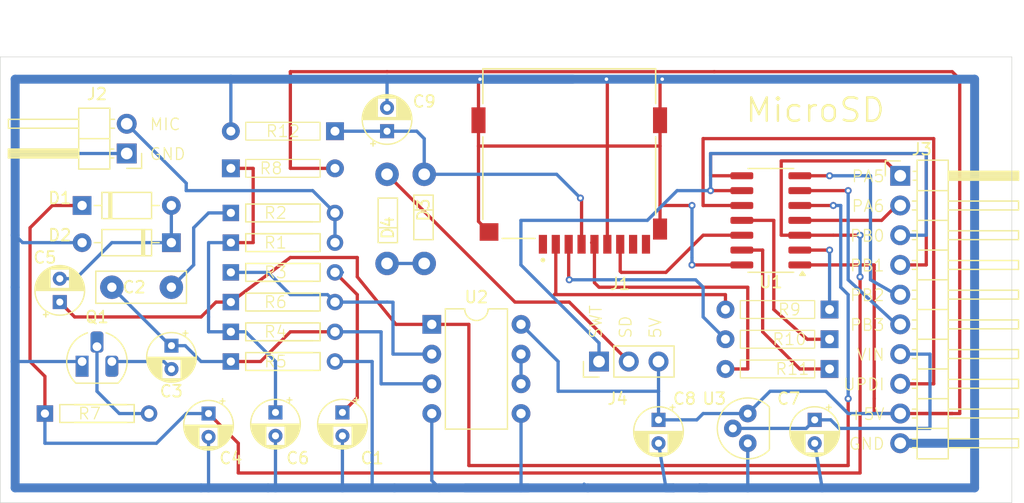
<source format=kicad_pcb>
(kicad_pcb (version 20240108) (generator "pcbnew") (generator_version "8.0")
  (layers (0 "F.Cu" signal) (31 "B.Cu" signal) (34 "B.Paste" user) (35 "F.Paste" user) (36 "B.SilkS" user "B.Silkscreen") (37 "F.SilkS" user "F.Silkscreen") (38 "B.Mask" user) (39 "F.Mask" user) (44 "Edge.Cuts" user))
  (net 0 "")
  (net 1 "Net-(C1-Pad1)")
  (net 2 "Net-(D2-A)")
  (net 3 "Net-(C2-Pad2)")
  (net 4 "Net-(U2A-+)")
  (net 5 "Net-(Q1-C)")
  (net 6 "Net-(D1-K)")
  (net 8 "Net-(D1-A)")
  (net 9 "Net-(C6-Pad1)")
  (net 10 "Net-(J1-CS)")
  (net 11 "Net-(J1-CLK)")
  (net 13 "Net-(J1-MOSI)")
  (net 15 "Net-(J1-MISO)")
  (net 16 "Net-(J2-Pin_2)")
  (net 17 "Net-(J3-Pin_7)")
  (net 18 "Net-(J3-Pin_9)")
  (net 19 "Net-(J3-Pin_8)")
  (net 20 "Net-(Q1-B)")
  (net 21 "Net-(U2A--)")
  (net 22 "Net-(J4-Pin_2)")
  (net 23 "Net-(U2B--)")
  (net 24 "Net-(U1-PA7)")
  (net 25 "Net-(J1-VDD)")
  (net 26 "Net-(D3-Pad2)")
  (net 27 "Net-(J3-Pin_2)")
  (net 28 "Net-(J3-Pin_5)")
  (net 29 "Net-(J3-Pin_4)")
  (net 30 "Net-(J3-Pin_3)")
  (net 31 "Net-(J3-Pin_6)")
  (net 32 "Net-(U1-PA4)")
  (net 33 "Net-(U1-PA1)")
  (net 34 "Net-(U1-PA3)")
  (footprint "Capacitor_THT:CP_Radial_D4.0mm_P2.00mm" (layer "F.Cu") (at 142.24 64.77 90)
    (property "Reference" "C9" (at 2.54 3.175 0) (layer "F.SilkS"))
    (property "Value" "CP_Small" (hide yes))
    (pad "1" thru_hole rect (at 0 0 90) (size 1.2 1.2) (drill 0.6) (layers "*.Cu" "*.Mask") (net 25 "Net-(J1-VDD)"))
    (pad "2" thru_hole circle (at 2 0 90) (size 1.2 1.2) (drill 0.6) (layers "*.Cu" "*.Mask") (net 2 "Net-(D2-A)"))
  )
  (footprint "0_Footprint:R_Qwatt" (layer "F.Cu") (at 128.905 84.455)
    (property "Reference" "R5" (at 3.81 0 0) (layer "F.SilkS") (effects (font (thickness 0.1))))
    (property "Value" "R_Small" (hide yes))
    (pad "1" thru_hole rect (at 0 0) (size 1.4 1.4) (drill 0.7) (layers "*.Cu" "*.Mask") (net 4 "Net-(U2A-+)"))
    (pad "2" thru_hole oval (at 8.89 0) (size 1.4 1.4) (drill 0.8) (layers "*.Cu" "*.Mask") (net 2 "Net-(D2-A)"))
  )
  (footprint "Connector_PinHeader_2.54mm:PinHeader_1x03_P2.54mm_Vertical" (layer "F.Cu") (at 160.3375 84.455 90)
    (property "Reference" "J4" (at -3.175 1.5875 0) (layer "F.SilkS"))
    (property "Value" "Conn_01x03_Pin" (hide yes))
    (pad "1" thru_hole rect (at 0 0 90) (size 1.7 1.7) (drill 1) (layers "*.Cu" "*.Mask") (net 30 "Net-(J3-Pin_3)"))
    (pad "2" thru_hole oval (at 0 2.54 90) (size 1.7 1.7) (drill 1) (layers "*.Cu" "*.Mask") (net 22 "Net-(J4-Pin_2)"))
    (pad "3" thru_hole oval (at 0 5.08 90) (size 1.7 1.7) (drill 1) (layers "*.Cu" "*.Mask") (net 18 "Net-(J3-Pin_9)"))
  )
  (footprint "Capacitor_THT:CP_Radial_D4.0mm_P2.00mm" (layer "F.Cu") (at 138.43 88.805 -90)
    (property "Reference" "C1" (at 3.905 -2.54 180) (layer "F.SilkS"))
    (property "Value" "CP_Small" (hide yes))
    (pad "1" thru_hole rect (at 0 0 270) (size 1.2 1.2) (drill 0.6) (layers "*.Cu" "*.Mask") (net 1 "Net-(C1-Pad1)"))
    (pad "2" thru_hole circle (at 2 0 270) (size 1.2 1.2) (drill 0.6) (layers "*.Cu" "*.Mask") (net 2 "Net-(D2-A)"))
  )
  (footprint "Capacitor_THT:CP_Radial_D4.0mm_P2.00mm" (layer "F.Cu") (at 127 88.9 -90)
    (property "Reference" "C4" (at 3.81 -1.905 180) (layer "F.SilkS"))
    (property "Value" "CP_Small" (hide yes))
    (pad "1" thru_hole rect (at 0 0 270) (size 1.2 1.2) (drill 0.6) (layers "*.Cu" "*.Mask") (net 6 "Net-(D1-K)"))
    (pad "2" thru_hole circle (at 2 0 270) (size 1.2 1.2) (drill 0.6) (layers "*.Cu" "*.Mask") (net 2 "Net-(D2-A)"))
  )
  (footprint "Connector_PinHeader_2.54mm:PinHeader_1x10_P2.54mm_Horizontal" (layer "F.Cu") (at 186.055 68.58)
    (property "Reference" "J3" (at 1.845 -2.27 0) (layer "F.SilkS"))
    (property "Value" "Conn_01x10_MalePH" (hide yes))
    (pad "1" thru_hole rect (at 0 0) (size 1.7 1.7) (drill 1) (layers "*.Cu" "*.Mask") (net 6 "Net-(D1-K)"))
    (pad "2" thru_hole oval (at 0 2.54) (size 1.7 1.7) (drill 1) (layers "*.Cu" "*.Mask") (net 27 "Net-(J3-Pin_2)"))
    (pad "3" thru_hole oval (at 0 5.08) (size 1.7 1.7) (drill 1) (layers "*.Cu" "*.Mask") (net 30 "Net-(J3-Pin_3)"))
    (pad "4" thru_hole oval (at 0 7.62) (size 1.7 1.7) (drill 1) (layers "*.Cu" "*.Mask") (net 29 "Net-(J3-Pin_4)"))
    (pad "5" thru_hole oval (at 0 10.16) (size 1.7 1.7) (drill 1) (layers "*.Cu" "*.Mask") (net 28 "Net-(J3-Pin_5)"))
    (pad "6" thru_hole oval (at 0 12.7) (size 1.7 1.7) (drill 1) (layers "*.Cu" "*.Mask") (net 31 "Net-(J3-Pin_6)"))
    (pad "7" thru_hole oval (at 0 15.24) (size 1.7 1.7) (drill 1) (layers "*.Cu" "*.Mask") (net 17 "Net-(J3-Pin_7)"))
    (pad "8" thru_hole oval (at 0 17.78) (size 1.7 1.7) (drill 1) (layers "*.Cu" "*.Mask") (net 19 "Net-(J3-Pin_8)"))
    (pad "9" thru_hole oval (at 0 20.32) (size 1.7 1.7) (drill 1) (layers "*.Cu" "*.Mask") (net 18 "Net-(J3-Pin_9)"))
    (pad "10" thru_hole oval (at 0 22.86) (size 1.7 1.7) (drill 1) (layers "*.Cu" "*.Mask") (net 2 "Net-(D2-A)"))
  )
  (footprint "Connector_PinHeader_2.54mm:PinHeader_1x02_P2.54mm_Horizontal" (layer "F.Cu") (at 120.015 66.675 180)
    (property "Reference" "J2" (at 2.54 5.08 180) (layer "F.SilkS"))
    (property "Value" "Conn_01x02_MH" (hide yes))
    (pad "1" thru_hole rect (at 0 0 180) (size 1.7 1.7) (drill 1) (layers "*.Cu" "*.Mask") (net 2 "Net-(D2-A)"))
    (pad "2" thru_hole oval (at 0 2.54 180) (size 1.7 1.7) (drill 1) (layers "*.Cu" "*.Mask") (net 16 "Net-(J2-Pin_2)"))
  )
  (footprint "0_Footprint:QWSlim" (layer "F.Cu") (at 180.0225 85.09 180)
    (property "Reference" "R11" (at 3.175 0 0) (layer "F.SilkS") (effects (font (thickness 0.1))))
    (property "Value" "Resistor" (hide yes))
    (pad "1" thru_hole rect (at 0 0 180) (size 1.524 1.524) (drill 0.762) (layers "*.Cu" "*.Mask") (net 34 "Net-(U1-PA3)"))
    (pad "2" thru_hole circle (at 8.89 0 180) (size 1.524 1.524) (drill 0.762) (layers "*.Cu" "*.Mask") (net 11 "Net-(J1-CLK)"))
  )
  (footprint "Package_TO_SOT_THT:TO-92L_HandSolder" (layer "F.Cu") (at 116.205 84.455)
    (property "Reference" "Q1" (at 1.27 -3.8 0) (layer "F.SilkS"))
    (property "Value" "2N3904-F" (hide yes))
    (pad "1" thru_hole rect (at 0 0) (size 1.1 1.8) (drill 0.75 (offset 0 0.4)) (layers "*.Cu" "*.Mask") (net 2 "Net-(D2-A)"))
    (pad "2" thru_hole roundrect (at 1.27 -1.27) (size 1.1 1.8) (drill 0.75 (offset 0 -0.4)) (layers "*.Cu" "*.Mask") (net 20 "Net-(Q1-B)"))
    (pad "3" thru_hole roundrect (at 2.54 0) (size 1.1 1.8) (drill 0.75 (offset 0 0.4)) (layers "*.Cu" "*.Mask") (net 5 "Net-(Q1-C)"))
  )
  (footprint "0_Footprint:CUI_MSD-4-A" (layer "F.Cu") (at 157.7975 66.6825 180)
    (property "Reference" "J1" (at -4.325 -11.135 180) (layer "F.SilkS"))
    (property "Value" "MSD-4-A" (hide yes))
    (pad "" np_thru_hole circle (at -4.95 3.25 180) (size 1 1) (drill 1) (layers "*.Cu" "*.Mask"))
    (pad "" np_thru_hole circle (at 3.05 3.25 180) (size 1 1) (drill 1) (layers "*.Cu" "*.Mask"))
    (pad "1" smd rect (at 2.25 -7.75 180) (size 0.7 1.6) (layers "F.Cu" "F.Paste" "F.Mask"))
    (pad "2" smd rect (at 1.15 -7.75 180) (size 0.7 1.6) (layers "F.Cu" "F.Paste" "F.Mask") (net 10 "Net-(J1-CS)"))
    (pad "3" smd rect (at 0.05 -7.75 180) (size 0.7 1.6) (layers "F.Cu" "F.Paste" "F.Mask") (net 13 "Net-(J1-MOSI)"))
    (pad "4" smd rect (at -1.05 -7.75 180) (size 0.7 1.6) (layers "F.Cu" "F.Paste" "F.Mask") (net 25 "Net-(J1-VDD)"))
    (pad "5" smd rect (at -2.15 -7.75 180) (size 0.7 1.6) (layers "F.Cu" "F.Paste" "F.Mask") (net 11 "Net-(J1-CLK)"))
    (pad "6" smd rect (at -3.25 -7.75 180) (size 0.7 1.6) (layers "F.Cu" "F.Paste" "F.Mask") (net 2 "Net-(D2-A)"))
    (pad "7" smd rect (at -4.35 -7.75 180) (size 0.7 1.6) (layers "F.Cu" "F.Paste" "F.Mask") (net 15 "Net-(J1-MISO)"))
    (pad "8" smd rect (at -5.45 -7.75 180) (size 0.7 1.6) (layers "F.Cu" "F.Paste" "F.Mask"))
    (pad "CD" smd rect (at -6.55 -7.75 180) (size 0.7 1.6) (layers "F.Cu" "F.Paste" "F.Mask"))
    (pad "G1" smd rect (at -7.75 -6.45 180) (size 1.2 1.8) (layers "F.Cu" "F.Paste" "F.Mask") (net 2 "Net-(D2-A)"))
    (pad "G2" smd rect (at 6.85 -6.7 180) (size 1.6 1.5) (layers "F.Cu" "F.Paste" "F.Mask") (net 2 "Net-(D2-A)"))
    (pad "G3" smd rect (at -7.75 2.85 180) (size 1.2 2.2) (layers "F.Cu" "F.Paste" "F.Mask") (net 2 "Net-(D2-A)"))
    (pad "G4" smd rect (at 7.75 2.85 180) (size 1.2 2.2) (layers "F.Cu" "F.Paste" "F.Mask") (net 2 "Net-(D2-A)"))
  )
  (footprint "0_Footprint:R_Qwatt" (layer "F.Cu") (at 128.905 79.375)
    (property "Reference" "R6" (at 3.81 0 0) (layer "F.SilkS") (effects (font (thickness 0.1))))
    (property "Value" "R_Small" (hide yes))
    (pad "1" thru_hole rect (at 0 0) (size 1.4 1.4) (drill 0.7) (layers "*.Cu" "*.Mask") (net 24 "Net-(U1-PA7)"))
    (pad "2" thru_hole oval (at 8.89 0) (size 1.4 1.4) (drill 0.8) (layers "*.Cu" "*.Mask") (net 21 "Net-(U2A--)"))
  )
  (footprint "0_Footprint:R_Qwatt" (layer "F.Cu") (at 128.905 81.915)
    (property "Reference" "R4" (at 3.81 0 0) (layer "F.SilkS") (effects (font (thickness 0.1))))
    (property "Value" "R_Small" (hide yes))
    (pad "1" thru_hole rect (at 0 0) (size 1.4 1.4) (drill 0.7) (layers "*.Cu" "*.Mask") (net 9 "Net-(C6-Pad1)"))
    (pad "2" thru_hole oval (at 8.89 0) (size 1.4 1.4) (drill 0.8) (layers "*.Cu" "*.Mask") (net 4 "Net-(U2A-+)"))
  )
  (footprint "Capacitor_THT:CP_Radial_D4.0mm_P2.00mm" (layer "F.Cu") (at 132.715 88.805 -90)
    (property "Reference" "C6" (at 3.905 -1.905 180) (layer "F.SilkS"))
    (property "Value" "CP_Small" (hide yes))
    (pad "1" thru_hole rect (at 0 0 270) (size 1.2 1.2) (drill 0.6) (layers "*.Cu" "*.Mask") (net 9 "Net-(C6-Pad1)"))
    (pad "2" thru_hole circle (at 2 0 270) (size 1.2 1.2) (drill 0.6) (layers "*.Cu" "*.Mask") (net 2 "Net-(D2-A)"))
  )
  (footprint "0_Footprint:QWSlim" (layer "F.Cu") (at 128.905 67.945)
    (property "Reference" "R8" (at 3.429 0 0) (layer "F.SilkS") (effects (font (thickness 0.1))))
    (property "Value" "Resistor" (hide yes))
    (pad "1" thru_hole rect (at 0 0) (size 1.524 1.524) (drill 0.762) (layers "*.Cu" "*.Mask") (net 9 "Net-(C6-Pad1)"))
    (pad "2" thru_hole circle (at 8.89 0) (size 1.524 1.524) (drill 0.762) (layers "*.Cu" "*.Mask") (net 18 "Net-(J3-Pin_9)"))
  )
  (footprint "0_Footprint:DO_PWR" (layer "F.Cu") (at 142.24 70.993 90)
    (property "Reference" "D4" (at -2.032 0.0635 -90) (layer "F.SilkS"))
    (property "Value" "1N4004" (hide yes))
    (pad "1" thru_hole circle (at -5.08 0 90) (size 2 2) (drill 1) (layers "*.Cu" "*.Mask") (net 26 "Net-(D3-Pad2)"))
    (pad "2" thru_hole circle (at 2.54 0 90) (size 2 2) (drill 1) (layers "*.Cu" "*.Mask") (net 22 "Net-(J4-Pin_2)"))
  )
  (footprint "0_Footprint:QWSlim" (layer "F.Cu") (at 180.0225 80.01 180)
    (property "Reference" "R9" (at 3.429 0 0) (layer "F.SilkS") (effects (font (thickness 0.1))))
    (property "Value" "Resistor" (hide yes))
    (pad "1" thru_hole rect (at 0 0 180) (size 1.524 1.524) (drill 0.762) (layers "*.Cu" "*.Mask") (net 32 "Net-(U1-PA4)"))
    (pad "2" thru_hole circle (at 8.89 0 180) (size 1.524 1.524) (drill 0.762) (layers "*.Cu" "*.Mask") (net 10 "Net-(J1-CS)"))
  )
  (footprint "0_Footprint:C_Disc1" (layer "F.Cu") (at 118.745 78.105)
    (property "Reference" "C2" (at 1.905 0 0) (layer "F.SilkS"))
    (property "Value" "C_Disc" (hide yes))
    (pad "1" thru_hole circle (at 0 0) (size 2 2) (drill 0.8) (layers "*.Cu" "*.Mask") (net 4 "Net-(U2A-+)"))
    (pad "2" thru_hole circle (at 5.08 0) (size 2 2) (drill 0.8) (layers "*.Cu" "*.Mask") (net 3 "Net-(C2-Pad2)"))
  )
  (footprint "Package_SO:SOIC-14_3.9x8.7mm_P1.27mm" (layer "F.Cu") (at 175.0075 72.39 180)
    (property "Reference" "U1" (at 0 -5.28 180) (layer "F.SilkS"))
    (property "Value" "ATtiny1614ss" (hide yes))
    (pad "1" smd roundrect (at -2.475 -3.81 180) (size 1.95 0.6) (layers "F.Cu" "F.Paste" "F.Mask") (net 18 "Net-(J3-Pin_9)"))
    (pad "2" smd roundrect (at -2.475 -2.54 180) (size 1.95 0.6) (layers "F.Cu" "F.Paste" "F.Mask") (net 32 "Net-(U1-PA4)"))
    (pad "3" smd roundrect (at -2.475 -1.27 180) (size 1.95 0.6) (layers "F.Cu" "F.Paste" "F.Mask") (net 6 "Net-(D1-K)"))
    (pad "4" smd roundrect (at -2.475 0 180) (size 1.95 0.6) (layers "F.Cu" "F.Paste" "F.Mask") (net 27 "Net-(J3-Pin_2)"))
    (pad "5" smd roundrect (at -2.475 1.27 180) (size 1.95 0.6) (layers "F.Cu" "F.Paste" "F.Mask") (net 24 "Net-(U1-PA7)"))
    (pad "6" smd roundrect (at -2.475 2.54 180) (size 1.95 0.6) (layers "F.Cu" "F.Paste" "F.Mask") (net 31 "Net-(J3-Pin_6)"))
    (pad "7" smd roundrect (at -2.475 3.81 180) (size 1.95 0.6) (layers "F.Cu" "F.Paste" "F.Mask") (net 28 "Net-(J3-Pin_5)"))
    (pad "8" smd roundrect (at 2.475 3.81 180) (size 1.95 0.6) (layers "F.Cu" "F.Paste" "F.Mask") (net 29 "Net-(J3-Pin_4)"))
    (pad "9" smd roundrect (at 2.475 2.54 180) (size 1.95 0.6) (layers "F.Cu" "F.Paste" "F.Mask") (net 30 "Net-(J3-Pin_3)"))
    (pad "10" smd roundrect (at 2.475 1.27 180) (size 1.95 0.6) (layers "F.Cu" "F.Paste" "F.Mask") (net 19 "Net-(J3-Pin_8)"))
    (pad "11" smd roundrect (at 2.475 0 180) (size 1.95 0.6) (layers "F.Cu" "F.Paste" "F.Mask") (net 33 "Net-(U1-PA1)"))
    (pad "12" smd roundrect (at 2.475 -1.27 180) (size 1.95 0.6) (layers "F.Cu" "F.Paste" "F.Mask") (net 15 "Net-(J1-MISO)"))
    (pad "13" smd roundrect (at 2.475 -2.54 180) (size 1.95 0.6) (layers "F.Cu" "F.Paste" "F.Mask") (net 34 "Net-(U1-PA3)"))
    (pad "14" smd roundrect (at 2.475 -3.81 180) (size 1.95 0.6) (layers "F.Cu" "F.Paste" "F.Mask") (net 2 "Net-(D2-A)"))
  )
  (footprint "Capacitor_THT:CP_Radial_D4.0mm_P2.00mm" (layer "F.Cu") (at 114.3 79.375 90)
    (property "Reference" "C5" (at 3.81 -1.27 0) (layer "F.SilkS"))
    (property "Value" "CP_Small" (hide yes))
    (pad "1" thru_hole rect (at 0 0 90) (size 1.2 1.2) (drill 0.6) (layers "*.Cu" "*.Mask") (net 24 "Net-(U1-PA7)"))
    (pad "2" thru_hole circle (at 2 0 90) (size 1.2 1.2) (drill 0.6) (layers "*.Cu" "*.Mask") (net 8 "Net-(D1-A)"))
  )
  (footprint "Capacitor_THT:CP_Radial_D4.0mm_P2.00mm" (layer "F.Cu") (at 178.7525 89.44 -90)
    (property "Reference" "C7" (at -1.81 2.2225 180) (layer "F.SilkS"))
    (property "Value" "CP_Small" (hide yes))
    (pad "1" thru_hole rect (at 0 0 270) (size 1.2 1.2) (drill 0.6) (layers "*.Cu" "*.Mask") (net 17 "Net-(J3-Pin_7)"))
    (pad "2" thru_hole circle (at 2 0 270) (size 1.2 1.2) (drill 0.6) (layers "*.Cu" "*.Mask") (net 2 "Net-(D2-A)"))
  )
  (footprint "Package_DIP:DIP-8_W7.62mm" (layer "F.Cu") (at 146.06 81.28)
    (property "Reference" "U2" (at 3.81 -2.33 0) (layer "F.SilkS"))
    (property "Value" "OpAmpDual" (hide yes))
    (pad "1" thru_hole rect (at 0 0) (size 1.6 1.6) (drill 0.8) (layers "*.Cu" "*.Mask") (net 24 "Net-(U1-PA7)"))
    (pad "2" thru_hole oval (at 0 2.54) (size 1.6 1.6) (drill 0.8) (layers "*.Cu" "*.Mask") (net 21 "Net-(U2A--)"))
    (pad "3" thru_hole oval (at 0 5.08) (size 1.6 1.6) (drill 0.8) (layers "*.Cu" "*.Mask") (net 4 "Net-(U2A-+)"))
    (pad "4" thru_hole oval (at 0 7.62) (size 1.6 1.6) (drill 0.8) (layers "*.Cu" "*.Mask") (net 2 "Net-(D2-A)"))
    (pad "5" thru_hole oval (at 7.62 7.62) (size 1.6 1.6) (drill 0.8) (layers "*.Cu" "*.Mask") (net 2 "Net-(D2-A)"))
    (pad "6" thru_hole oval (at 7.62 5.08) (size 1.6 1.6) (drill 0.8) (layers "*.Cu" "*.Mask") (net 23 "Net-(U2B--)"))
    (pad "7" thru_hole oval (at 7.62 2.54) (size 1.6 1.6) (drill 0.8) (layers "*.Cu" "*.Mask") (net 23 "Net-(U2B--)"))
    (pad "8" thru_hole oval (at 7.62 0) (size 1.6 1.6) (drill 0.8) (layers "*.Cu" "*.Mask") (net 18 "Net-(J3-Pin_9)"))
  )
  (footprint "0_Footprint:DO_PWR" (layer "F.Cu") (at 145.415 73.533 -90)
    (property "Reference" "D3" (at -2.032 0.0635 90) (layer "F.SilkS"))
    (property "Value" "1N4004" (hide yes))
    (pad "1" thru_hole circle (at -5.08 0 270) (size 2 2) (drill 1) (layers "*.Cu" "*.Mask") (net 25 "Net-(J1-VDD)"))
    (pad "2" thru_hole circle (at 2.54 0 270) (size 2 2) (drill 1) (layers "*.Cu" "*.Mask") (net 26 "Net-(D3-Pad2)"))
  )
  (footprint "0_Footprint:R_Qwatt" (layer "F.Cu") (at 128.905 71.755)
    (property "Reference" "R2" (at 3.81 0 0) (layer "F.SilkS") (effects (font (thickness 0.1))))
    (property "Value" "R_Small" (hide yes))
    (pad "1" thru_hole rect (at 0 0) (size 1.4 1.4) (drill 0.7) (layers "*.Cu" "*.Mask") (net 3 "Net-(C2-Pad2)"))
    (pad "2" thru_hole oval (at 8.89 0) (size 1.4 1.4) (drill 0.8) (layers "*.Cu" "*.Mask") (net 16 "Net-(J2-Pin_2)"))
  )
  (footprint "Diode_THT:D_DO-35_SOD27_P7.62mm_Horizontal" (layer "F.Cu") (at 116.205 71.12)
    (property "Reference" "D1" (at -1.905 -0.635 0) (layer "F.SilkS"))
    (property "Value" "1N914" (hide yes))
    (pad "1" thru_hole rect (at 0 0) (size 1.6 1.6) (drill 0.8) (layers "*.Cu" "*.Mask") (net 6 "Net-(D1-K)"))
    (pad "2" thru_hole oval (at 7.62 0) (size 1.6 1.6) (drill 0.8) (layers "*.Cu" "*.Mask") (net 8 "Net-(D1-A)"))
  )
  (footprint "Diode_THT:D_DO-35_SOD27_P7.62mm_Horizontal" (layer "F.Cu") (at 123.825 74.295 180)
    (property "Reference" "D2" (at 9.525 0.635 180) (layer "F.SilkS"))
    (property "Value" "1N914" (hide yes))
    (pad "1" thru_hole rect (at 0 0 180) (size 1.6 1.6) (drill 0.8) (layers "*.Cu" "*.Mask") (net 8 "Net-(D1-A)"))
    (pad "2" thru_hole oval (at 7.62 0 180) (size 1.6 1.6) (drill 0.8) (layers "*.Cu" "*.Mask") (net 2 "Net-(D2-A)"))
  )
  (footprint "0_Footprint:QWSlim" (layer "F.Cu") (at 180.0225 82.55 180)
    (property "Reference" "R10" (at 3.429 0 0) (layer "F.SilkS") (effects (font (thickness 0.1))))
    (property "Value" "Resistor" (hide yes))
    (pad "1" thru_hole rect (at 0 0 180) (size 1.524 1.524) (drill 0.762) (layers "*.Cu" "*.Mask") (net 33 "Net-(U1-PA1)"))
    (pad "2" thru_hole circle (at 8.89 0 180) (size 1.524 1.524) (drill 0.762) (layers "*.Cu" "*.Mask") (net 13 "Net-(J1-MOSI)"))
  )
  (footprint "Capacitor_THT:CP_Radial_D4.0mm_P2.00mm" (layer "F.Cu") (at 123.835 83.1 -90)
    (property "Reference" "C3" (at 3.895 0.01 180) (layer "F.SilkS"))
    (property "Value" "CP_Small" (hide yes))
    (pad "1" thru_hole rect (at 0 0 270) (size 1.2 1.2) (drill 0.6) (layers "*.Cu" "*.Mask") (net 4 "Net-(U2A-+)"))
    (pad "2" thru_hole circle (at 2 0 270) (size 1.2 1.2) (drill 0.6) (layers "*.Cu" "*.Mask") (net 5 "Net-(Q1-C)"))
  )
  (footprint "0_Footprint:R_Qwatt" (layer "F.Cu") (at 113.03 88.9)
    (property "Reference" "R7" (at 3.81 0 0) (layer "F.SilkS") (effects (font (thickness 0.1))))
    (property "Value" "R_Small" (hide yes))
    (pad "1" thru_hole rect (at 0 0) (size 1.4 1.4) (drill 0.7) (layers "*.Cu" "*.Mask") (net 6 "Net-(D1-K)"))
    (pad "2" thru_hole oval (at 8.89 0) (size 1.4 1.4) (drill 0.8) (layers "*.Cu" "*.Mask") (net 20 "Net-(Q1-B)"))
  )
  (footprint "0_Footprint:TO-92X" (layer "F.Cu") (at 173.0375 91.44 90)
    (property "Reference" "U3" (at 3.81 -2.8575 0) (layer "F.SilkS"))
    (property "Value" "MCP1702-5" (hide yes))
    (pad "1" thru_hole circle (at 0 0 90) (size 1.5 1.5) (drill 0.68) (layers "*.Cu" "*.Mask") (net 2 "Net-(D2-A)"))
    (pad "2" thru_hole circle (at 1.27 -1.27 90) (size 1.5 1.5) (drill 0.68) (layers "*.Cu" "*.Mask") (net 17 "Net-(J3-Pin_7)"))
    (pad "3" thru_hole circle (at 2.54 0 90) (size 1.5 1.5) (drill 0.68) (layers "*.Cu" "*.Mask") (net 18 "Net-(J3-Pin_9)"))
  )
  (footprint "0_Footprint:QWSlim" (layer "F.Cu") (at 137.795 64.77 180)
    (property "Reference" "R12" (at 4.445 0 0) (layer "F.SilkS") (effects (font (thickness 0.1))))
    (property "Value" "Resistor" (hide yes))
    (pad "1" thru_hole rect (at 0 0 180) (size 1.524 1.524) (drill 0.762) (layers "*.Cu" "*.Mask") (net 25 "Net-(J1-VDD)"))
    (pad "2" thru_hole circle (at 8.89 0 180) (size 1.524 1.524) (drill 0.762) (layers "*.Cu" "*.Mask") (net 2 "Net-(D2-A)"))
  )
  (footprint "0_Footprint:R_Qwatt" (layer "F.Cu") (at 128.905 76.835)
    (property "Reference" "R3" (at 3.81 0 0) (layer "F.SilkS") (effects (font (thickness 0.1))))
    (property "Value" "R_Small" (hide yes))
    (pad "1" thru_hole rect (at 0 0) (size 1.4 1.4) (drill 0.7) (layers "*.Cu" "*.Mask") (net 21 "Net-(U2A--)"))
    (pad "2" thru_hole oval (at 8.89 0) (size 1.4 1.4) (drill 0.8) (layers "*.Cu" "*.Mask") (net 1 "Net-(C1-Pad1)"))
  )
  (footprint "Capacitor_THT:CP_Radial_D4.0mm_P2.00mm" (layer "F.Cu") (at 165.4175 89.44 -90)
    (property "Reference" "C8" (at -1.81 -2.2225 180) (layer "F.SilkS"))
    (property "Value" "CP_Small" (hide yes))
    (pad "1" thru_hole rect (at 0 0 270) (size 1.2 1.2) (drill 0.6) (layers "*.Cu" "*.Mask") (net 18 "Net-(J3-Pin_9)"))
    (pad "2" thru_hole circle (at 2 0 270) (size 1.2 1.2) (drill 0.6) (layers "*.Cu" "*.Mask") (net 2 "Net-(D2-A)"))
  )
  (footprint "0_Footprint:R_Qwatt" (layer "F.Cu") (at 128.905 74.295)
    (property "Reference" "R1" (at 3.81 0 0) (layer "F.SilkS") (effects (font (thickness 0.1))))
    (property "Value" "R_Small" (hide yes))
    (pad "1" thru_hole rect (at 0 0) (size 1.4 1.4) (drill 0.7) (layers "*.Cu" "*.Mask") (net 9 "Net-(C6-Pad1)"))
    (pad "2" thru_hole oval (at 8.89 0) (size 1.4 1.4) (drill 0.8) (layers "*.Cu" "*.Mask") (net 16 "Net-(J2-Pin_2)"))
  )
  (gr_line (start 109.22 96.52) (end 109.22 58.42) (stroke (width 0.05)) (layer "Edge.Cuts"))
  (gr_line (start 195.58 58.42) (end 195.58 96.52) (stroke (width 0.05)) (layer "Edge.Cuts"))
  (gr_line (start 109.22 58.42) (end 195.58 58.42) (stroke (width 0.05)) (layer "Edge.Cuts"))
  (gr_line (start 195.58 96.52) (end 109.22 96.52) (stroke (width 0.05)) (layer "Edge.Cuts"))
  (gr_text "PB0" (at 184.785 74.295 0) (layer "F.SilkS") (effects (font (size 1 1) (thickness 0.1)) (justify right bottom)))
  (gr_text "GND" (at 121.92 67.31 0) (layer "F.SilkS") (effects (font (size 1 1) (thickness 0.1)) (justify left bottom)))
  (gr_text "SWT" (at 160.655 82.55 90) (layer "F.SilkS") (effects (font (size 1 1) (thickness 0.1)) (justify left bottom)))
  (gr_text "PB1" (at 184.785 76.835 0) (layer "F.SilkS") (effects (font (size 1 1) (thickness 0.1)) (justify right bottom)))
  (gr_text "5V" (at 165.735 82.55 90) (layer "F.SilkS") (effects (font (size 1 1) (thickness 0.1)) (justify left bottom)))
  (gr_text "+5V" (at 184.785 89.535 0) (layer "F.SilkS") (effects (font (size 1 1) (thickness 0.1)) (justify right bottom)))
  (gr_text "PA6" (at 184.785 71.755 0) (layer "F.SilkS") (effects (font (size 1 1) (thickness 0.1)) (justify right bottom)))
  (gr_text "VIN" (at 184.785 84.455 0) (layer "F.SilkS") (effects (font (size 1 1) (thickness 0.1)) (justify right bottom)))
  (gr_text "UPDI" (at 184.785 86.995 0) (layer "F.SilkS") (effects (font (size 1 1) (thickness 0.1)) (justify right bottom)))
  (gr_text "SD" (at 163.195 82.55 90) (layer "F.SilkS") (effects (font (size 1 1) (thickness 0.1)) (justify left bottom)))
  (gr_text "PB3" (at 184.785 81.915 0) (layer "F.SilkS") (effects (font (size 1 1) (thickness 0.1)) (justify right bottom)))
  (gr_text "MIC" (at 121.92 64.77 0) (layer "F.SilkS") (effects (font (size 1 1) (thickness 0.1)) (justify left bottom)))
  (gr_text "MicroSD" (at 172.72 64.135 0) (layer "F.SilkS") (effects (font (size 2 2) (thickness 0.2)) (justify left bottom)))
  (gr_text "PA5" (at 184.785 69.215 0) (layer "F.SilkS") (effects (font (size 1 1) (thickness 0.1)) (justify right bottom)))
  (gr_text "GND" (at 184.785 92.075 0) (layer "F.SilkS") (effects (font (size 1 1) (thickness 0.1)) (justify right bottom)))
  (gr_text "PB2" (at 184.785 79.375 0) (layer "F.SilkS") (effects (font (size 1 1) (thickness 0.1)) (justify right bottom)))
  (segment (start 139.7 87.535) (end 138.43 88.805) (width 0.2794) (layer "F.Cu") (net 1))
  (segment (start 137.795 76.835) (end 139.7 78.74) (width 0.2794) (layer "F.Cu") (net 1))
  (segment (start 139.7 78.74) (end 139.7 87.535) (width 0.2794) (layer "F.Cu") (net 1))
  (segment (start 137.795 76.835) (end 138.43 76.835) (width 0.2794) (layer "B.Cu") (net 1))
  (segment (start 138.43 88.805) (end 138.43 88.9) (width 0.2794) (layer "B.Cu") (net 1))
  (segment (start 150.0475 60.455) (end 150.1775 60.325) (width 0.2794) (layer "F.Cu") (net 2))
  (segment (start 165.5475 63.8325) (end 165.5475 60.5125) (width 0.2794) (layer "F.Cu") (net 2))
  (segment (start 161.0475 74.4325) (end 161.0475 60.4) (width 0.2794) (layer "F.Cu") (net 2))
  (segment (start 150.0475 63.8325) (end 150.0475 66.04) (width 0.2794) (layer "F.Cu") (net 2))
  (segment (start 168.275 71.12) (end 165.5475 71.12) (width 0.2794) (layer "F.Cu") (net 2))
  (segment (start 161.0475 60.4) (end 160.9725 60.325) (width 0.2794) (layer "F.Cu") (net 2))
  (segment (start 172.5325 76.2) (end 168.275 76.2) (width 0.2794) (layer "F.Cu") (net 2))
  (segment (start 165.5475 66.04) (end 165.5475 71.12) (width 0.2794) (layer "F.Cu") (net 2))
  (segment (start 165.5475 63.8325) (end 165.5475 66.04) (width 0.2794) (layer "F.Cu") (net 2))
  (segment (start 150.0475 63.8325) (end 150.0475 60.455) (width 0.2794) (layer "F.Cu") (net 2))
  (segment (start 150.0475 72.4825) (end 150.9475 73.3825) (width 0.2794) (layer "F.Cu") (net 2))
  (segment (start 150.0475 66.04) (end 165.5475 66.04) (width 0.2794) (layer "F.Cu") (net 2))
  (segment (start 165.5475 60.5125) (end 165.735 60.325) (width 0.2794) (layer "F.Cu") (net 2))
  (segment (start 165.5475 71.12) (end 165.5475 73.1325) (width 0.2794) (layer "F.Cu") (net 2))
  (segment (start 150.0475 66.04) (end 150.0475 72.4825) (width 0.2794) (layer "F.Cu") (net 2))
  (via (at 165.735 60.325) (size 0.6) (drill 0.3) (layers "F.Cu" "B.Cu") (net 2))
  (via (at 168.275 76.2) (size 0.6) (drill 0.3) (layers "F.Cu" "B.Cu") (net 2))
  (via (at 150.1775 60.325) (size 0.6) (drill 0.3) (layers "F.Cu" "B.Cu") (net 2))
  (via (at 160.9725 60.325) (size 0.6) (drill 0.3) (layers "F.Cu" "B.Cu") (net 2))
  (via (at 168.275 71.12) (size 0.6) (drill 0.3) (layers "F.Cu" "B.Cu") (net 2))
  (segment (start 110.49 95.25) (end 110.49 84.455) (width 0.762) (layer "B.Cu") (net 2))
  (segment (start 127 90.9) (end 127 95.25) (width 0.2794) (layer "B.Cu") (net 2))
  (segment (start 178.7525 91.44) (end 179.3875 95.25) (width 0.2794) (layer "B.Cu") (net 2))
  (segment (start 168.91 95.25) (end 166.6875 95.25) (width 0.762) (layer "B.Cu") (net 2))
  (segment (start 153.67 95.25) (end 154.305 95.25) (width 0.762) (layer "B.Cu") (net 2))
  (segment (start 146.06 88.9) (end 146.06 94.625) (width 0.2794) (layer "B.Cu") (net 2))
  (segment (start 137.795 84.455) (end 140.97 84.455) (width 0.2794) (layer "B.Cu") (net 2))
  (segment (start 132.715 90.805) (end 132.715 95.25) (width 0.2794) (layer "B.Cu") (net 2))
  (segment (start 128.905 64.77) (end 128.905 60.325) (width 0.2794) (layer "B.Cu") (net 2))
  (segment (start 168.91 95.25) (end 169.545 95.25) (width 0.762) (layer "B.Cu") (net 2))
  (segment (start 127 95.25) (end 126.365 95.25) (width 0.762) (layer "B.Cu") (net 2))
  (segment (start 116.205 84.455) (end 110.49 84.455) (width 0.2794) (layer "B.Cu") (net 2))
  (segment (start 148.9075 95.25) (end 159.385 95.25) (width 0.762) (layer "B.Cu") (net 2))
  (segment (start 146.06 94.625) (end 146.685 95.25) (width 0.2794) (layer "B.Cu") (net 2))
  (segment (start 142.24 62.77) (end 142.24 60.325) (width 0.2794) (layer "B.Cu") (net 2))
  (segment (start 153.68 95.24) (end 153.67 95.25) (width 0.2794) (layer "B.Cu") (net 2))
  (segment (start 168.275 75.565) (end 168.275 71.12) (width 0.2794) (layer "B.Cu") (net 2))
  (segment (start 159.0675 94.9325) (end 159.385 95.25) (width 0.2794) (layer "B.Cu") (net 2))
  (segment (start 159.385 95.25) (end 166.6875 95.25) (width 0.762) (layer "B.Cu") (net 2))
  (segment (start 165.4175 91.44) (end 166.0525 95.25) (width 0.2794) (layer "B.Cu") (net 2))
  (segment (start 142.875 95.25) (end 146.685 95.25) (width 0.762) (layer "B.Cu") (net 2))
  (segment (start 150.1775 60.325) (end 192.405 60.325) (width 0.762) (layer "B.Cu") (net 2))
  (segment (start 142.24 60.325) (end 158.115 60.325) (width 0.762) (layer "B.Cu") (net 2))
  (segment (start 173.0375 91.44) (end 173.0375 95.25) (width 0.2794) (layer "B.Cu") (net 2))
  (segment (start 146.685 95.25) (end 153.67 95.25) (width 0.762) (layer "B.Cu") (net 2))
  (segment (start 110.49 73.66) (end 110.49 66.675) (width 0.762) (layer "B.Cu") (net 2))
  (segment (start 192.405 91.44) (end 186.055 91.44) (width 0.762) (layer "B.Cu") (net 2))
  (segment (start 138.43 90.805) (end 138.43 95.25) (width 0.2794) (layer "B.Cu") (net 2))
  (segment (start 110.49 78.105) (end 110.49 73.66) (width 0.762) (layer "B.Cu") (net 2))
  (segment (start 166.6875 95.25) (end 166.0525 95.25) (width 0.762) (layer "B.Cu") (net 2))
  (segment (start 138.43 95.25) (end 132.715 95.25) (width 0.762) (layer "B.Cu") (net 2))
  (segment (start 128.905 60.325) (end 142.24 60.325) (width 0.762) (layer "B.Cu") (net 2))
  (segment (start 110.49 84.455) (end 110.49 78.105) (width 0.762) (layer "B.Cu") (net 2))
  (segment (start 168.275 76.2) (end 168.275 75.565) (width 0.2794) (layer "B.Cu") (net 2))
  (segment (start 192.405 60.325) (end 192.405 91.44) (width 0.762) (layer "B.Cu") (net 2))
  (segment (start 173.0375 95.25) (end 168.91 95.25) (width 0.762) (layer "B.Cu") (net 2))
  (segment (start 142.875 95.25) (end 138.43 95.25) (width 0.762) (layer "B.Cu") (net 2))
  (segment (start 132.08 95.25) (end 127 95.25) (width 0.762) (layer "B.Cu") (net 2))
  (segment (start 111.125 74.295) (end 110.49 73.66) (width 0.2794) (layer "B.Cu") (net 2))
  (segment (start 179.3875 95.25) (end 173.0375 95.25) (width 0.762) (layer "B.Cu") (net 2))
  (segment (start 110.49 60.325) (end 128.905 60.325) (width 0.762) (layer "B.Cu") (net 2))
  (segment (start 132.715 95.25) (end 132.08 95.25) (width 0.762) (layer "B.Cu") (net 2))
  (segment (start 192.405 91.44) (end 192.405 95.25) (width 0.762) (layer "B.Cu") (net 2))
  (segment (start 110.49 66.675) (end 110.49 60.325) (width 0.762) (layer "B.Cu") (net 2))
  (segment (start 192.405 95.25) (end 179.3875 95.25) (width 0.762) (layer "B.Cu") (net 2))
  (segment (start 140.97 84.455) (end 140.97 95.25) (width 0.2794) (layer "B.Cu") (net 2))
  (segment (start 153.68 88.9) (end 153.68 95.24) (width 0.2794) (layer "B.Cu") (net 2))
  (segment (start 120.015 66.675) (end 110.49 66.675) (width 0.2794) (layer "B.Cu") (net 2))
  (segment (start 116.205 74.295) (end 111.125 74.295) (width 0.2794) (layer "B.Cu") (net 2))
  (segment (start 140.97 95.25) (end 142.875 95.25) (width 0.2794) (layer "B.Cu") (net 2))
  (segment (start 126.365 95.25) (end 110.49 95.25) (width 0.762) (layer "B.Cu") (net 2))
  (segment (start 128.905 71.755) (end 127 71.755) (width 0.2794) (layer "B.Cu") (net 3))
  (segment (start 125.73 76.2) (end 123.825 78.105) (width 0.2794) (layer "B.Cu") (net 3))
  (segment (start 127 71.755) (end 125.73 73.025) (width 0.2794) (layer "B.Cu") (net 3))
  (segment (start 125.73 73.025) (end 125.73 76.2) (width 0.2794) (layer "B.Cu") (net 3))
  (segment (start 131.445 84.455) (end 133.985 81.915) (width 0.2794) (layer "F.Cu") (net 4))
  (segment (start 128.905 84.455) (end 131.445 84.455) (width 0.2794) (layer "F.Cu") (net 4))
  (segment (start 133.985 81.915) (end 137.795 81.915) (width 0.2794) (layer "F.Cu") (net 4))
  (segment (start 123.835 83.1) (end 125.01 83.1) (width 0.2794) (layer "B.Cu") (net 4))
  (segment (start 141.732 86.36) (end 146.06 86.36) (width 0.2794) (layer "B.Cu") (net 4))
  (segment (start 123.74 83.1) (end 123.835 83.1) (width 0.2794) (layer "B.Cu") (net 4))
  (segment (start 125.01 83.1) (end 126.365 84.455) (width 0.2794) (layer "B.Cu") (net 4))
  (segment (start 137.795 81.915) (end 141.732 81.915) (width 0.2794) (layer "B.Cu") (net 4))
  (segment (start 118.745 78.105) (end 123.74 83.1) (width 0.2794) (layer "B.Cu") (net 4))
  (segment (start 126.365 84.455) (end 128.905 84.455) (width 0.2794) (layer "B.Cu") (net 4))
  (segment (start 141.732 81.915) (end 141.732 86.36) (width 0.2794) (layer "B.Cu") (net 4))
  (segment (start 123.19 84.455) (end 123.835 85.1) (width 0.2794) (layer "B.Cu") (net 5))
  (segment (start 118.745 84.455) (end 123.19 84.455) (width 0.2794) (layer "B.Cu") (net 5))
  (segment (start 182.626 77.216) (end 182.626 93.98) (width 0.2794) (layer "F.Cu") (net 6))
  (segment (start 177.4825 73.66) (end 180.34 73.66) (width 0.2794) (layer "F.Cu") (net 6))
  (segment (start 177.4825 73.66) (end 175.895 73.66) (width 0.2794) (layer "F.Cu") (net 6))
  (segment (start 129.54 91.44) (end 127 88.9) (width 0.2794) (layer "F.Cu") (net 6))
  (segment (start 129.54 93.98) (end 129.54 91.44) (width 0.2794) (layer "F.Cu") (net 6))
  (segment (start 113.665 71.12) (end 116.205 71.12) (width 0.2794) (layer "F.Cu") (net 6))
  (segment (start 113.03 88.9) (end 113.03 85.725) (width 0.2794) (layer "F.Cu") (net 6))
  (segment (start 184.785 67.31) (end 186.055 68.58) (width 0.2794) (layer "F.Cu") (net 6))
  (segment (start 113.03 85.725) (end 111.76 84.455) (width 0.2794) (layer "F.Cu") (net 6))
  (segment (start 111.76 84.455) (end 111.76 73.025) (width 0.2794) (layer "F.Cu") (net 6))
  (segment (start 175.895 67.31) (end 184.785 67.31) (width 0.2794) (layer "F.Cu") (net 6))
  (segment (start 111.76 73.025) (end 113.665 71.12) (width 0.2794) (layer "F.Cu") (net 6))
  (segment (start 180.34 73.66) (end 182.626 73.66) (width 0.2794) (layer "F.Cu") (net 6))
  (segment (start 175.895 73.66) (end 175.895 67.31) (width 0.2794) (layer "F.Cu") (net 6))
  (segment (start 182.626 93.98) (end 129.54 93.98) (width 0.2794) (layer "F.Cu") (net 6))
  (via (at 182.626 77.216) (size 0.6) (drill 0.3) (layers "F.Cu" "B.Cu") (net 6))
  (via (at 182.626 73.66) (size 0.6) (drill 0.3) (layers "F.Cu" "B.Cu") (net 6))
  (segment (start 125.095 88.9) (end 122.555 91.44) (width 0.2794) (layer "B.Cu") (net 6))
  (segment (start 182.626 77.216) (end 182.626 76.962) (width 0.2794) (layer "B.Cu") (net 6))
  (segment (start 113.03 91.44) (end 113.03 88.9) (width 0.2794) (layer "B.Cu") (net 6))
  (segment (start 122.555 91.44) (end 113.03 91.44) (width 0.2794) (layer "B.Cu") (net 6))
  (segment (start 182.626 73.66) (end 182.626 77.216) (width 0.2794) (layer "B.Cu") (net 6))
  (segment (start 127 88.9) (end 125.095 88.9) (width 0.2794) (layer "B.Cu") (net 6))
  (segment (start 115.665 77.375) (end 118.745 74.295) (width 0.2794) (layer "B.Cu") (net 8))
  (segment (start 123.825 71.12) (end 123.825 74.295) (width 0.2794) (layer "B.Cu") (net 8))
  (segment (start 114.3 77.375) (end 115.665 77.375) (width 0.2794) (layer "B.Cu") (net 8))
  (segment (start 118.745 74.295) (end 123.825 74.295) (width 0.2794) (layer "B.Cu") (net 8))
  (segment (start 130.81 67.945) (end 130.81 74.295) (width 0.2794) (layer "F.Cu") (net 9))
  (segment (start 130.81 74.295) (end 128.905 74.295) (width 0.2794) (layer "F.Cu") (net 9))
  (segment (start 128.905 67.945) (end 130.81 67.945) (width 0.2794) (layer "F.Cu") (net 9))
  (segment (start 128.905 81.915) (end 130.175 81.915) (width 0.2794) (layer "B.Cu") (net 9))
  (segment (start 128.905 74.295) (end 127 74.295) (width 0.2794) (layer "B.Cu") (net 9))
  (segment (start 127 81.915) (end 128.905 81.915) (width 0.2794) (layer "B.Cu") (net 9))
  (segment (start 132.715 84.455) (end 132.715 88.805) (width 0.2794) (layer "B.Cu") (net 9))
  (segment (start 127 74.295) (end 127 80.645) (width 0.2794) (layer "B.Cu") (net 9))
  (segment (start 127 80.645) (end 127 81.915) (width 0.2794) (layer "B.Cu") (net 9))
  (segment (start 130.175 81.915) (end 132.715 84.455) (width 0.2794) (layer "B.Cu") (net 9))
  (segment (start 156.6475 74.4325) (end 156.6475 78.62) (width 0.2794) (layer "F.Cu") (net 10))
  (segment (start 156.6475 78.62) (end 156.5275 78.74) (width 0.2794) (layer "F.Cu") (net 10))
  (segment (start 171.1325 78.74) (end 171.1325 80.01) (width 0.2794) (layer "F.Cu") (net 10))
  (segment (start 156.5275 78.74) (end 171.1325 78.74) (width 0.2794) (layer "F.Cu") (net 10))
  (segment (start 160.3375 78.105) (end 173.0375 78.105) (width 0.2794) (layer "F.Cu") (net 11))
  (segment (start 159.84 74.4325) (end 159.7025 74.295) (width 0.2794) (layer "F.Cu") (net 11))
  (segment (start 159.9475 74.4325) (end 159.9475 77.715) (width 0.2794) (layer "F.Cu") (net 11))
  (segment (start 173.0375 85.09) (end 171.1325 85.09) (width 0.2794) (layer "F.Cu") (net 11))
  (segment (start 159.9475 74.4325) (end 159.84 74.4325) (width 0.2794) (layer "F.Cu") (net 11))
  (segment (start 173.0375 78.105) (end 173.0375 85.09) (width 0.2794) (layer "F.Cu") (net 11))
  (segment (start 159.9475 77.715) (end 160.3375 78.105) (width 0.2794) (layer "F.Cu") (net 11))
  (segment (start 157.7475 77.42) (end 157.7975 77.47) (width 0.2794) (layer "F.Cu") (net 13))
  (segment (start 157.7475 74.4325) (end 157.7475 77.42) (width 0.2794) (layer "F.Cu") (net 13))
  (via (at 157.7975 77.47) (size 0.6) (drill 0.3) (layers "F.Cu" "B.Cu") (net 13))
  (segment (start 169.2275 78.105) (end 169.2275 80.645) (width 0.2794) (layer "B.Cu") (net 13))
  (segment (start 168.5925 77.47) (end 169.2275 78.105) (width 0.2794) (layer "B.Cu") (net 13))
  (segment (start 169.2275 80.645) (end 171.1325 82.55) (width 0.2794) (layer "B.Cu") (net 13))
  (segment (start 157.7975 77.47) (end 168.5925 77.47) (width 0.2794) (layer "B.Cu") (net 13))
  (segment (start 162.1475 76.74) (end 162.2425 76.835) (width 0.2794) (layer "F.Cu") (net 15))
  (segment (start 169.2275 73.66) (end 172.5325 73.66) (width 0.2794) (layer "F.Cu") (net 15))
  (segment (start 162.1475 74.4325) (end 162.1475 76.74) (width 0.2794) (layer "F.Cu") (net 15))
  (segment (start 166.0525 76.835) (end 169.2275 73.66) (width 0.2794) (layer "F.Cu") (net 15))
  (segment (start 162.2425 76.835) (end 166.0525 76.835) (width 0.2794) (layer "F.Cu") (net 15))
  (segment (start 120.015 64.135) (end 125.095 69.215) (width 0.2794) (layer "B.Cu") (net 16))
  (segment (start 137.795 71.755) (end 137.795 74.295) (width 0.2794) (layer "B.Cu") (net 16))
  (segment (start 125.095 69.85) (end 135.89 69.85) (width 0.2794) (layer "B.Cu") (net 16))
  (segment (start 135.89 69.85) (end 137.795 71.755) (width 0.2794) (layer "B.Cu") (net 16))
  (segment (start 125.095 69.215) (end 125.095 69.85) (width 0.2794) (layer "B.Cu") (net 16))
  (segment (start 188.595 83.82) (end 188.595 90.17) (width 0.2794) (layer "B.Cu") (net 17))
  (segment (start 178.0225 90.17) (end 178.7525 89.44) (width 0.2794) (layer "B.Cu") (net 17))
  (segment (start 186.055 83.82) (end 188.595 83.82) (width 0.2794) (layer "B.Cu") (net 17))
  (segment (start 188.595 90.17) (end 180.8475 90.17) (width 0.2794) (layer "B.Cu") (net 17))
  (segment (start 180.8475 90.17) (end 180.1175 89.44) (width 0.2794) (layer "B.Cu") (net 17))
  (segment (start 171.7675 90.17) (end 178.0225 90.17) (width 0.2794) (layer "B.Cu") (net 17))
  (segment (start 180.1175 89.44) (end 178.7525 89.44) (width 0.2794) (layer "B.Cu") (net 17))
  (segment (start 183.8325 76.2) (end 183.8325 87.63) (width 0.2794) (layer "F.Cu") (net 18))
  (segment (start 133.985 59.69) (end 133.985 67.945) (width 0.2794) (layer "F.Cu") (net 18))
  (segment (start 142.2447 59.6853) (end 133.9897 59.6853) (width 0.2794) (layer "F.Cu") (net 18))
  (segment (start 191.135 60.325) (end 191.135 88.9) (width 0.2794) (layer "F.Cu") (net 18))
  (segment (start 133.985 67.945) (end 137.795 67.945) (width 0.2794) (layer "F.Cu") (net 18))
  (segment (start 183.8325 87.63) (end 183.8325 88.9) (width 0.2794) (layer "F.Cu") (net 18))
  (segment (start 170.18 59.6853) (end 170.1753 59.6853) (width 0.2794) (layer "F.Cu") (net 18))
  (segment (start 142.2447 59.6853) (end 142.24 59.69) (width 0.2794) (layer "F.Cu") (net 18))
  (segment (start 177.4825 76.2) (end 183.8325 76.2) (width 0.2794) (layer "F.Cu") (net 18))
  (segment (start 170.18 59.6853) (end 190.4953 59.6853) (width 0.2794) (layer "F.Cu") (net 18))
  (segment (start 170.18 59.6853) (end 142.2447 59.6853) (width 0.2794) (layer "F.Cu") (net 18))
  (segment (start 183.8325 88.9) (end 188.2775 88.9) (width 0.2794) (layer "F.Cu") (net 18))
  (segment (start 191.135 88.9) (end 190.5 88.9) (width 0.2794) (layer "F.Cu") (net 18))
  (segment (start 188.2775 88.9) (end 190.5 88.9) (width 0.2794) (layer "F.Cu") (net 18))
  (segment (start 190.4953 59.6853) (end 191.135 60.325) (width 0.2794) (layer "F.Cu") (net 18))
  (segment (start 190.5 88.9) (end 187.599526 88.9) (width 0.2794) (layer "F.Cu") (net 18))
  (segment (start 133.9897 59.6853) (end 133.985 59.69) (width 0.2794) (layer "F.Cu") (net 18))
  (segment (start 186.055 88.9) (end 181.61 88.9) (width 0.2794) (layer "B.Cu") (net 18))
  (segment (start 156.845 84.445) (end 156.845 86.995) (width 0.2794) (layer "B.Cu") (net 18))
  (segment (start 179.705 86.995) (end 174.9425 86.995) (width 0.2794) (layer "B.Cu") (net 18))
  (segment (start 169.2275 88.9) (end 173.0375 88.9) (width 0.2794) (layer "B.Cu") (net 18))
  (segment (start 165.4175 89.44) (end 168.6875 89.44) (width 0.2794) (layer "B.Cu") (net 18))
  (segment (start 156.845 86.995) (end 165.4175 86.995) (width 0.2794) (layer "B.Cu") (net 18))
  (segment (start 168.6875 89.44) (end 169.2275 88.9) (width 0.2794) (layer "B.Cu") (net 18))
  (segment (start 153.68 81.28) (end 156.845 84.445) (width 0.2794) (layer "B.Cu") (net 18))
  (segment (start 174.9425 86.995) (end 173.0375 88.9) (width 0.2794) (layer "B.Cu") (net 18))
  (segment (start 165.4175 86.995) (end 165.4175 89.44) (width 0.2794) (layer "B.Cu") (net 18))
  (segment (start 165.4175 84.455) (end 165.4175 86.995) (width 0.2794) (layer "B.Cu") (net 18))
  (segment (start 181.61 88.9) (end 179.705 86.995) (width 0.2794) (layer "B.Cu") (net 18))
  (segment (start 188.9125 65.405) (end 188.9125 86.36) (width 0.2794) (layer "F.Cu") (net 19))
  (segment (start 169.2228 71.1153) (end 169.2228 65.4097) (width 0.2794) (layer "F.Cu") (net 19))
  (segment (start 169.2275 65.405) (end 188.9125 65.405) (width 0.2794) (layer "F.Cu") (net 19))
  (segment (start 169.2275 71.12) (end 169.2228 71.1153) (width 0.2794) (layer "F.Cu") (net 19))
  (segment (start 188.9125 86.36) (end 185.7375 86.36) (width 0.2794) (layer "F.Cu") (net 19))
  (segment (start 169.2228 65.4097) (end 169.2275 65.405) (width 0.2794) (layer "F.Cu") (net 19))
  (segment (start 172.5325 71.12) (end 169.2275 71.12) (width 0.2794) (layer "F.Cu") (net 19))
  (segment (start 117.475 86.995) (end 119.38 88.9) (width 0.2794) (layer "B.Cu") (net 20))
  (segment (start 117.475 83.185) (end 117.475 86.995) (width 0.2794) (layer "B.Cu") (net 20))
  (segment (start 119.38 88.9) (end 121.92 88.9) (width 0.2794) (layer "B.Cu") (net 20))
  (segment (start 137.795 79.375) (end 142.24 79.375) (width 0.2794) (layer "B.Cu") (net 21))
  (segment (start 132.08 76.835) (end 128.905 76.835) (width 0.2794) (layer "B.Cu") (net 21))
  (segment (start 133.985 78.74) (end 132.08 76.835) (width 0.2794) (layer "B.Cu") (net 21))
  (segment (start 137.16 78.74) (end 133.985 78.74) (width 0.2794) (layer "B.Cu") (net 21))
  (segment (start 142.24 79.375) (end 142.748 79.385) (width 0.2794) (layer "B.Cu") (net 21))
  (segment (start 142.748 79.385) (end 142.748 83.82) (width 0.2794) (layer "B.Cu") (net 21))
  (segment (start 137.795 79.375) (end 137.16 78.74) (width 0.2794) (layer "B.Cu") (net 21))
  (segment (start 142.748 83.82) (end 146.06 83.82) (width 0.2794) (layer "B.Cu") (net 21))
  (segment (start 157.7975 79.375) (end 153.162 79.375) (width 0.2794) (layer "F.Cu") (net 22))
  (segment (start 153.162 79.375) (end 142.24 68.453) (width 0.2794) (layer "F.Cu") (net 22))
  (segment (start 162.8775 84.455) (end 157.7975 79.375) (width 0.2794) (layer "F.Cu") (net 22))
  (segment (start 153.68 83.82) (end 153.68 86.36) (width 0.2794) (layer "B.Cu") (net 23))
  (segment (start 181.61 93.345) (end 149.225 93.345) (width 0.2794) (layer "F.Cu") (net 24))
  (segment (start 139.7 75.565) (end 133.985 75.565) (width 0.2794) (layer "F.Cu") (net 24))
  (segment (start 126.365 80.645) (end 115.57 80.645) (width 0.2794) (layer "F.Cu") (net 24))
  (segment (start 181.61 87.63) (end 181.61 93.345) (width 0.2794) (layer "F.Cu") (net 24))
  (segment (start 143.002 81.28) (end 139.7 77.216) (width 0.2794) (layer "F.Cu") (net 24))
  (segment (start 127.635 79.375) (end 126.365 80.645) (width 0.2794) (layer "F.Cu") (net 24))
  (segment (start 146.06 81.28) (end 143.002 81.28) (width 0.2794) (layer "F.Cu") (net 24))
  (segment (start 115.57 80.645) (end 114.3 79.375) (width 0.2794) (layer "F.Cu") (net 24))
  (segment (start 149.225 81.28) (end 146.06 81.28) (width 0.2794) (layer "F.Cu") (net 24))
  (segment (start 149.225 93.345) (end 149.225 81.28) (width 0.2794) (layer "F.Cu") (net 24))
  (segment (start 139.7 77.216) (end 139.7 75.565) (width 0.2794) (layer "F.Cu") (net 24))
  (segment (start 133.985 75.565) (end 128.905 79.375) (width 0.2794) (layer "F.Cu") (net 24))
  (segment (start 128.905 79.375) (end 127.635 79.375) (width 0.2794) (layer "F.Cu") (net 24))
  (segment (start 177.4825 71.12) (end 180.34 71.12) (width 0.2794) (layer "F.Cu") (net 24))
  (via (at 181.61 87.63) (size 0.6) (drill 0.3) (layers "F.Cu" "B.Cu") (net 24))
  (via (at 180.34 71.12) (size 0.6) (drill 0.3) (layers "F.Cu" "B.Cu") (net 24))
  (segment (start 180.34 71.12) (end 180.975 71.12) (width 0.2794) (layer "B.Cu") (net 24))
  (segment (start 180.975 71.12) (end 180.975 78.105) (width 0.2794) (layer "B.Cu") (net 24))
  (segment (start 181.61 86.36) (end 181.61 86.995) (width 0.2794) (layer "B.Cu") (net 24))
  (segment (start 180.975 78.105) (end 181.61 78.74) (width 0.2794) (layer "B.Cu") (net 24))
  (segment (start 181.61 78.74) (end 181.61 86.36) (width 0.2794) (layer "B.Cu") (net 24))
  (segment (start 181.61 86.995) (end 181.61 87.63) (width 0.2794) (layer "B.Cu") (net 24))
  (segment (start 158.8475 74.4325) (end 158.8475 70.5825) (width 0.2794) (layer "F.Cu") (net 25))
  (segment (start 158.8475 70.5825) (end 158.75 70.485) (width 0.2794) (layer "F.Cu") (net 25))
  (via (at 158.75 70.485) (size 0.6) (drill 0.3) (layers "F.Cu" "B.Cu") (net 25))
  (segment (start 145.415 68.453) (end 156.718 68.453) (width 0.2794) (layer "B.Cu") (net 25))
  (segment (start 145.415 65.405) (end 145.415 68.453) (width 0.2794) (layer "B.Cu") (net 25))
  (segment (start 142.24 64.77) (end 144.78 64.77) (width 0.2794) (layer "B.Cu") (net 25))
  (segment (start 137.795 64.77) (end 142.24 64.77) (width 0.2794) (layer "B.Cu") (net 25))
  (segment (start 144.78 64.77) (end 145.415 65.405) (width 0.2794) (layer "B.Cu") (net 25))
  (segment (start 156.718 68.453) (end 158.75 70.485) (width 0.2794) (layer "B.Cu") (net 25))
  (segment (start 142.24 76.073) (end 145.415 76.073) (width 0.2794) (layer "B.Cu") (net 26))
  (segment (start 185.7375 71.12) (end 184.4675 72.39) (width 0.2794) (layer "F.Cu") (net 27))
  (segment (start 184.4675 72.39) (end 177.4825 72.39) (width 0.2794) (layer "F.Cu") (net 27))
  (segment (start 177.4825 68.58) (end 180.0225 68.58) (width 0.2794) (layer "F.Cu") (net 28))
  (via (at 180.0225 68.58) (size 0.6) (drill 0.3) (layers "F.Cu" "B.Cu") (net 28))
  (segment (start 180.0225 68.58) (end 183.515 68.58) (width 0.2794) (layer "B.Cu") (net 28))
  (segment (start 183.515 77.47) (end 185.7375 78.74) (width 0.2794) (layer "B.Cu") (net 28))
  (segment (start 183.515 68.58) (end 183.515 77.47) (width 0.2794) (layer "B.Cu") (net 28))
  (segment (start 169.8625 66.675) (end 188.2775 66.675) (width 0.2794) (layer "F.Cu") (net 29))
  (segment (start 188.2775 66.675) (end 188.2775 76.2) (width 0.2794) (layer "F.Cu") (net 29))
  (segment (start 172.5325 68.58) (end 169.8625 68.58) (width 0.2794) (layer "F.Cu") (net 29))
  (segment (start 169.8625 68.58) (end 169.8625 66.675) (width 0.2794) (layer "F.Cu") (net 29))
  (segment (start 188.2775 76.2) (end 185.7375 76.2) (width 0.2794) (layer "F.Cu") (net 29))
  (segment (start 172.5325 69.85) (end 169.8625 69.85) (width 0.2794) (layer "F.Cu") (net 30))
  (via (at 169.8625 69.85) (size 0.6) (drill 0.3) (layers "F.Cu" "B.Cu") (net 30))
  (segment (start 164.465 72.39) (end 167.005 69.85) (width 0.2794) (layer "B.Cu") (net 30))
  (segment (start 188.2775 73.66) (end 186.055 73.66) (width 0.2794) (layer "B.Cu") (net 30))
  (segment (start 153.67 76.2) (end 153.67 72.39) (width 0.2794) (layer "B.Cu") (net 30))
  (segment (start 169.8625 69.85) (end 169.8625 66.675) (width 0.2794) (layer "B.Cu") (net 30))
  (segment (start 160.3375 82.8675) (end 153.67 76.2) (width 0.2794) (layer "B.Cu") (net 30))
  (segment (start 167.005 69.85) (end 169.8625 69.85) (width 0.2794) (layer "B.Cu") (net 30))
  (segment (start 188.2775 66.675) (end 188.2775 73.66) (width 0.2794) (layer "B.Cu") (net 30))
  (segment (start 186.055 73.66) (end 185.7375 73.66) (width 0.2794) (layer "B.Cu") (net 30))
  (segment (start 169.8625 66.675) (end 188.2775 66.675) (width 0.2794) (layer "B.Cu") (net 30))
  (segment (start 153.67 72.39) (end 164.465 72.39) (width 0.2794) (layer "B.Cu") (net 30))
  (segment (start 160.3375 84.455) (end 160.3375 82.8675) (width 0.2794) (layer "B.Cu") (net 30))
  (segment (start 177.4825 69.85) (end 181.61 69.85) (width 0.2794) (layer "F.Cu") (net 31))
  (via (at 181.61 69.85) (size 0.6) (drill 0.3) (layers "F.Cu" "B.Cu") (net 31))
  (segment (start 181.61 69.85) (end 181.61 77.47) (width 0.2794) (layer "B.Cu") (net 31))
  (segment (start 181.61 77.47) (end 185.7375 81.28) (width 0.2794) (layer "B.Cu") (net 31))
  (segment (start 177.4825 74.93) (end 180.0225 74.93) (width 0.2794) (layer "F.Cu") (net 32))
  (via (at 180.0225 74.93) (size 0.6) (drill 0.3) (layers "F.Cu" "B.Cu") (net 32))
  (segment (start 180.0225 74.93) (end 180.0225 80.01) (width 0.2794) (layer "B.Cu") (net 32))
  (segment (start 172.5325 72.39) (end 175.26 72.39) (width 0.2794) (layer "F.Cu") (net 33))
  (segment (start 175.26 80.01) (end 178.1175 82.55) (width 0.2794) (layer "F.Cu") (net 33))
  (segment (start 178.1175 82.55) (end 180.0225 82.55) (width 0.2794) (layer "F.Cu") (net 33))
  (segment (start 175.26 72.39) (end 175.26 80.01) (width 0.2794) (layer "F.Cu") (net 33))
  (segment (start 174.3075 74.93) (end 174.3075 81.915) (width 0.2794) (layer "F.Cu") (net 34))
  (segment (start 177.4825 85.09) (end 180.0225 85.09) (width 0.2794) (layer "F.Cu") (net 34))
  (segment (start 172.5325 74.93) (end 174.3075 74.93) (width 0.2794) (layer "F.Cu") (net 34))
  (segment (start 174.3075 81.915) (end 177.4825 85.09) (width 0.2794) (layer "F.Cu") (net 34))
)
</source>
